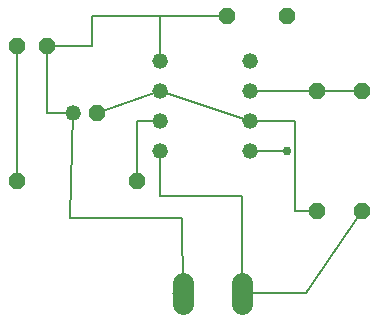
<source format=gbr>
G04 EAGLE Gerber RS-274X export*
G75*
%MOMM*%
%FSLAX34Y34*%
%LPD*%
%INTop Copper*%
%IPPOS*%
%AMOC8*
5,1,8,0,0,1.08239X$1,22.5*%
G01*
%ADD10P,1.429621X8X22.500000*%
%ADD11C,1.320800*%
%ADD12P,1.429621X8X112.500000*%
%ADD13P,1.429621X8X292.500000*%
%ADD14P,1.429621X8X202.500000*%
%ADD15C,1.790700*%
%ADD16C,0.152400*%
%ADD17C,0.756400*%


D10*
X99060Y203200D03*
D11*
X78740Y203200D03*
D10*
X209550Y285750D03*
X260350Y285750D03*
D11*
X152400Y247650D03*
X152400Y222250D03*
X228600Y222250D03*
X228600Y247650D03*
X152400Y196850D03*
X152400Y171450D03*
X228600Y196850D03*
X228600Y171450D03*
D10*
X31750Y260350D03*
X57150Y260350D03*
D12*
X323850Y120650D03*
X323850Y222250D03*
D13*
X285750Y222250D03*
X285750Y120650D03*
D14*
X133350Y146050D03*
X31750Y146050D03*
D15*
X171850Y59754D02*
X171850Y41847D01*
X221850Y41847D02*
X221850Y59754D01*
D16*
X228600Y222250D02*
X285750Y222250D01*
X323850Y222250D01*
X288528Y124222D02*
X285750Y120650D01*
X266700Y120650D01*
X266700Y196850D01*
X228600Y196850D01*
X152400Y222250D02*
X99060Y203200D01*
X152400Y222250D02*
X228600Y196850D01*
X323850Y120650D02*
X275828Y50800D01*
X221850Y50800D01*
X222250Y133350D01*
X152400Y133350D01*
X152400Y171450D01*
X57150Y203200D02*
X57150Y260350D01*
X57150Y203200D02*
X78740Y203200D01*
X163732Y50800D02*
X171850Y50800D01*
X152400Y285750D02*
X209550Y285750D01*
X152400Y285750D02*
X95250Y285750D01*
X95250Y260350D01*
X57150Y260350D01*
X152400Y247650D02*
X152400Y285750D01*
X171450Y114300D02*
X171850Y50800D01*
X171450Y114300D02*
X76200Y114300D01*
X78740Y203200D01*
D17*
X260350Y171450D03*
D16*
X228600Y171450D01*
X31750Y146050D02*
X31750Y260350D01*
X133350Y196850D02*
X152400Y196850D01*
X133350Y196850D02*
X133350Y146050D01*
M02*

</source>
